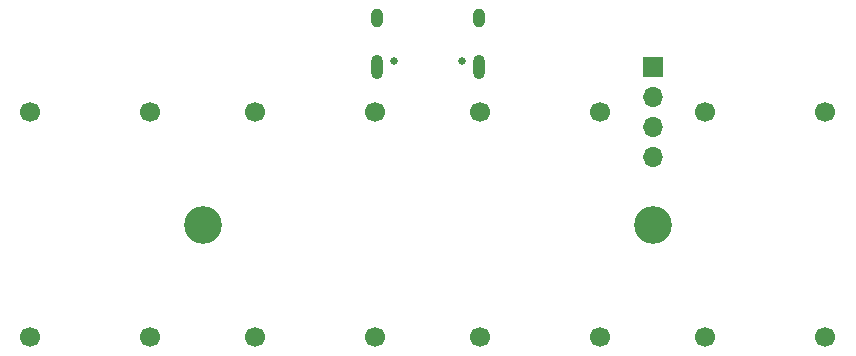
<source format=gbr>
%TF.GenerationSoftware,KiCad,Pcbnew,7.0.5*%
%TF.CreationDate,2024-04-29T12:28:37+10:00*%
%TF.ProjectId,8 key thingy,38206b65-7920-4746-9869-6e67792e6b69,rev?*%
%TF.SameCoordinates,Original*%
%TF.FileFunction,Soldermask,Top*%
%TF.FilePolarity,Negative*%
%FSLAX46Y46*%
G04 Gerber Fmt 4.6, Leading zero omitted, Abs format (unit mm)*
G04 Created by KiCad (PCBNEW 7.0.5) date 2024-04-29 12:28:37*
%MOMM*%
%LPD*%
G01*
G04 APERTURE LIST*
%ADD10C,1.700000*%
%ADD11C,3.200000*%
%ADD12R,1.700000X1.700000*%
%ADD13O,1.700000X1.700000*%
%ADD14C,0.650000*%
%ADD15O,1.000000X1.600000*%
%ADD16O,1.000000X2.100000*%
G04 APERTURE END LIST*
D10*
%TO.C,H_SW2*%
X52070000Y-38100000D03*
X62230000Y-38100000D03*
%TD*%
D11*
%TO.C,H1*%
X47625000Y-47625000D03*
%TD*%
D10*
%TO.C,H_SW3*%
X71120000Y-38100000D03*
X81280000Y-38100000D03*
%TD*%
%TO.C,H_SW5*%
X43180000Y-57150000D03*
X33020000Y-57150000D03*
%TD*%
%TO.C,H_SW1*%
X33020000Y-38100000D03*
X43180000Y-38100000D03*
%TD*%
%TO.C,H_SW7*%
X81280000Y-57150000D03*
X71120000Y-57150000D03*
%TD*%
%TO.C,H_SW4*%
X90170000Y-38100000D03*
X100330000Y-38100000D03*
%TD*%
%TO.C,H_SW6*%
X62230000Y-57150000D03*
X52070000Y-57150000D03*
%TD*%
D11*
%TO.C,H2*%
X85725000Y-47625000D03*
%TD*%
D10*
%TO.C,H_SW8*%
X100330000Y-57150000D03*
X90170000Y-57150000D03*
%TD*%
D12*
%TO.C,J2*%
X85725000Y-34290000D03*
D13*
X85725000Y-36830000D03*
X85725000Y-39370000D03*
X85725000Y-41910000D03*
%TD*%
D14*
%TO.C,J1*%
X63785000Y-33715000D03*
X69565000Y-33715000D03*
D15*
X62355000Y-30065000D03*
D16*
X62355000Y-34245000D03*
D15*
X70995000Y-30065000D03*
D16*
X70995000Y-34245000D03*
%TD*%
M02*

</source>
